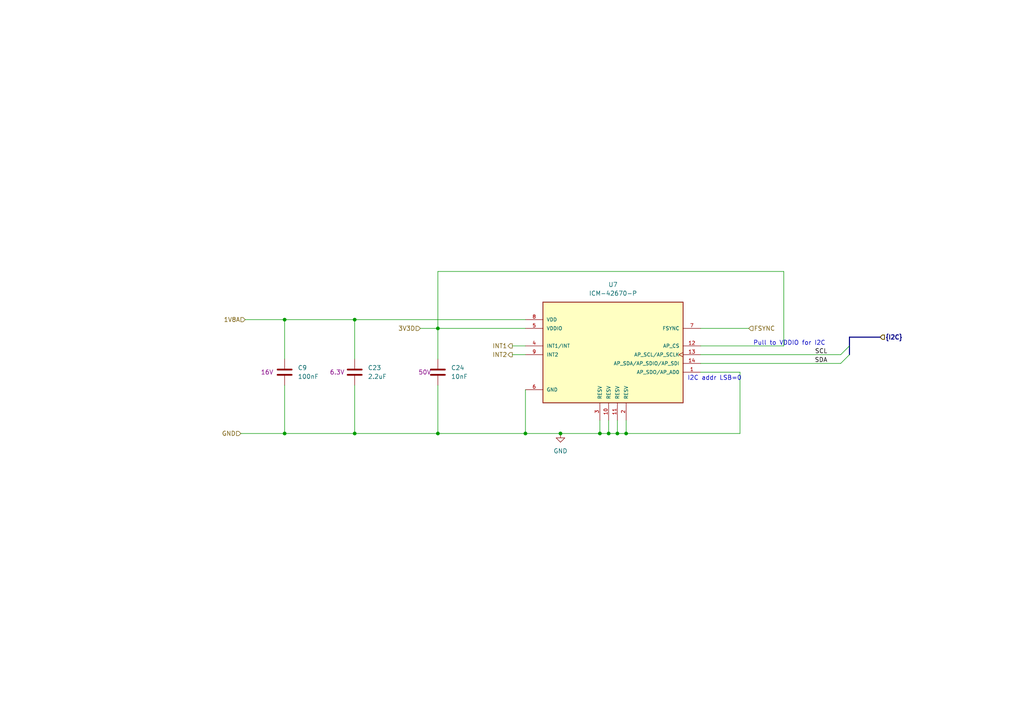
<source format=kicad_sch>
(kicad_sch (version 20230121) (generator eeschema)
  (paper "A4")
  (lib_symbols
    (symbol "Device:C" (pin_numbers hide) (pin_names (offset 0.254))
      (property "Reference" "C" (at 0.635 2.54 0))
      (property "Value" "C" (at 0.635 -2.54 0))
      (symbol "C_0_1"
        (polyline (pts (xy -2.032 -0.762) (xy 2.032 -0.762)) (stroke (width 0.508)))
        (polyline (pts (xy -2.032 0.762) (xy 2.032 0.762)) (stroke (width 0.508)))
      )
      (symbol "C_1_1"
        (pin passive line (at 0 3.81 270) (length 2.794) (name "~") (number "1"))
        (pin passive line (at 0 -3.81 90) (length 2.794) (name "~") (number "2"))
      )
    )
    (symbol "my_library:ICM-42670-P" (pin_names (offset 1.016))
      (property "Reference" "U?" (at 0 16.51 0))
      (property "Value" "ICM-42670-P" (at -5.08 13.97 0))
      (symbol "ICM-42670-P_0_0"
        (rectangle (start -20.32 12.7) (end 20.32 -16.51) (stroke (width 0.254)) (fill (type background)))
        (pin bidirectional line (at 25.4 -7.62 180) (length 5.08) (name "AP_SDO/AP_AD0") (number "1"))
        (pin passive line (at -1.27 -21.59 90) (length 5.08) (name "RESV") (number "10"))
        (pin passive line (at 1.27 -21.59 90) (length 5.08) (name "RESV") (number "11"))
        (pin input line (at 25.4 0 180) (length 5.08) (name "AP_CS") (number "12"))
        (pin input clock (at 25.4 -2.54 180) (length 5.08) (name "AP_SCL/AP_SCLK") (number "13"))
        (pin bidirectional line (at 25.4 -5.08 180) (length 5.08) (name "AP_SDA/AP_SDIO/AP_SDI") (number "14"))
        (pin passive line (at 3.81 -21.59 90) (length 5.08) (name "RESV") (number "2"))
        (pin passive line (at -3.81 -21.59 90) (length 5.08) (name "RESV") (number "3"))
        (pin output line (at -25.4 0 0) (length 5.08) (name "INT1/INT") (number "4"))
        (pin power_in line (at -25.4 5.08 0) (length 5.08) (name "VDDIO") (number "5"))
        (pin power_in line (at -25.4 -12.7 0) (length 5.08) (name "GND") (number "6"))
        (pin input line (at 25.4 5.08 180) (length 5.08) (name "FSYNC") (number "7"))
        (pin power_in line (at -25.4 7.62 0) (length 5.08) (name "VDD") (number "8"))
        (pin output line (at -25.4 -2.54 0) (length 5.08) (name "INT2") (number "9"))
      )
    )
    (symbol "power:GND" (power) (pin_names (offset 0))
      (property "Value" "GND" (at 0 -3.81 0))
      (symbol "GND_0_1"
        (polyline (pts (xy 0 0) (xy 0 -1.27) (xy 1.27 -1.27) (xy 0 -2.54) (xy -1.27 -1.27) (xy 0 -1.27)))
      )
      (symbol "GND_1_1"
        (pin power_in line (at 0 0 270) (length 0) hide (name "GND") (number "1"))
      )
    )
  )
  (junction (at 102.87 125.73))
  (junction (at 176.53 125.73))
  (junction (at 127 125.73))
  (junction (at 82.55 125.73))
  (junction (at 82.55 92.71))
  (junction (at 102.87 92.71))
  (junction (at 173.99 125.73))
  (junction (at 179.07 125.73))
  (junction (at 152.4 125.73))
  (junction (at 181.61 125.73))
  (junction (at 127 95.25))
  (junction (at 162.56 125.73))
  (bus_entry (at 246.38 100.33) (size -2.54 2.54))
  (bus_entry (at 246.38 102.87) (size -2.54 2.54))
  (wire (pts (xy 82.55 125.73) (xy 102.87 125.73)))
  (wire (pts (xy 69.85 125.73) (xy 82.55 125.73)))
  (wire (pts (xy 82.55 92.71) (xy 82.55 104.14)))
  (wire (pts (xy 203.2 102.87) (xy 243.84 102.87)))
  (wire (pts (xy 203.2 95.25) (xy 217.17 95.25)))
  (bus (pts (xy 255.27 97.79) (xy 246.38 97.79)))
  (wire (pts (xy 227.33 78.74) (xy 227.33 100.33)))
  (wire (pts (xy 102.87 92.71) (xy 102.87 104.14)))
  (wire (pts (xy 102.87 92.71) (xy 152.4 92.71)))
  (wire (pts (xy 152.4 125.73) (xy 162.56 125.73)))
  (wire (pts (xy 102.87 125.73) (xy 127 125.73)))
  (wire (pts (xy 203.2 105.41) (xy 243.84 105.41)))
  (wire (pts (xy 181.61 125.73) (xy 214.63 125.73)))
  (bus (pts (xy 246.38 100.33) (xy 246.38 102.87)))
  (wire (pts (xy 71.12 92.71) (xy 82.55 92.71)))
  (wire (pts (xy 214.63 107.95) (xy 214.63 125.73)))
  (wire (pts (xy 127 111.76) (xy 127 125.73)))
  (wire (pts (xy 173.99 121.92) (xy 173.99 125.73)))
  (wire (pts (xy 148.59 100.33) (xy 152.4 100.33)))
  (wire (pts (xy 203.2 107.95) (xy 214.63 107.95)))
  (wire (pts (xy 179.07 125.73) (xy 181.61 125.73)))
  (wire (pts (xy 121.92 95.25) (xy 127 95.25)))
  (wire (pts (xy 179.07 121.92) (xy 179.07 125.73)))
  (wire (pts (xy 152.4 125.73) (xy 152.4 113.03)))
  (wire (pts (xy 127 125.73) (xy 152.4 125.73)))
  (wire (pts (xy 148.59 102.87) (xy 152.4 102.87)))
  (wire (pts (xy 181.61 121.92) (xy 181.61 125.73)))
  (wire (pts (xy 173.99 125.73) (xy 176.53 125.73)))
  (wire (pts (xy 82.55 111.76) (xy 82.55 125.73)))
  (wire (pts (xy 127 95.25) (xy 152.4 95.25)))
  (wire (pts (xy 203.2 100.33) (xy 227.33 100.33)))
  (wire (pts (xy 176.53 125.73) (xy 179.07 125.73)))
  (wire (pts (xy 82.55 92.71) (xy 102.87 92.71)))
  (wire (pts (xy 162.56 125.73) (xy 173.99 125.73)))
  (wire (pts (xy 102.87 111.76) (xy 102.87 125.73)))
  (wire (pts (xy 127 95.25) (xy 127 78.74)))
  (wire (pts (xy 127 78.74) (xy 227.33 78.74)))
  (wire (pts (xy 127 95.25) (xy 127 104.14)))
  (wire (pts (xy 176.53 121.92) (xy 176.53 125.73)))
  (bus (pts (xy 246.38 97.79) (xy 246.38 100.33)))
  (text "I2C addr LSB=0" (at 199.39 110.49 0) (effects (font (size 1.27 1.27)) (justify left bottom)))
  (text "Pull to VDDIO for I2C" (at 218.44 100.33 0) (effects (font (size 1.27 1.27)) (justify left bottom)))
  (label "SCL" (at 240.03 102.87 180))
  (label "SDA" (at 240.03 105.41 180))
  (hierarchical_label "3V3D" (shape input) (at 121.92 95.25 180))
  (hierarchical_label "INT1" (shape output) (at 148.59 100.33 180))
  (hierarchical_label "1V8A" (shape input) (at 71.12 92.71 180))
  (hierarchical_label "FSYNC" (shape input) (at 217.17 95.25 0))
  (hierarchical_label "GND" (shape input) (at 69.85 125.73 180))
  (hierarchical_label "{I2C}" (shape input) (at 255.27 97.79 0) (effects (font (thickness 0.254) bold)))
  (hierarchical_label "INT2" (shape output) (at 148.59 102.87 180))
  (symbol (lib_id "Device:C") (at 102.87 107.95 0) (unit 1)
    (property "Reference" "C23" (at 106.68 106.68 0) (effects (justify left)))
    (property "Value" "2.2uF" (at 106.68 109.22 0) (effects (justify left)))
    (property "Footprint" "Capacitor_SMD:C_0402_1005Metric" (effects hide))
    (property "Datasheet" "https://wmsc.lcsc.com/wmsc/upload/file/pdf/v2/lcsc/2304140030_Samsung-Electro-Mechanics-CL05A225MQ5NSNC_C12530.pdf" (effects hide))
    (property "Manufacturer PN" "CL05A225MQ5NSNC" (effects hide))
    (property "Supplier PN" "C12530" (effects hide))
    (property "Supplier" "JLC" (effects hide))
    (property "Voltage" "6.3V" (at 97.79 107.95 0))
  )
  (symbol (lib_id "Device:C") (at 127 107.95 0) (unit 1)
    (property "Reference" "C24" (at 130.81 106.68 0) (effects (justify left)))
    (property "Value" "10nF" (at 130.81 109.22 0) (effects (justify left)))
    (property "Footprint" "Capacitor_SMD:C_0402_1005Metric" (effects hide))
    (property "Datasheet" "https://wmsc.lcsc.com/wmsc/upload/file/pdf/v2/lcsc/2304140030_Samsung-Electro-Mechanics-CL05B103KB5NNNC_C15195.pdf" (effects hide))
    (property "Manufacturer PN" "CL05B103KB5NNNC" (effects hide))
    (property "Supplier PN" "C15195" (effects hide))
    (property "Supplier" "JLC" (effects hide))
    (property "Voltage" "50V" (at 123.19 107.95 0))
  )
  (symbol (lib_id "power:GND") (at 162.56 125.73 0) (unit 1)
    (property "Reference" "#PWR015" (effects hide))
    (property "Value" "GND" (at 162.56 130.81 0))
    (instances (project "flight_computer" (path "" (reference "#PWR015") (unit 1)) (path "" (reference "#PWR011") (unit 1)) (path "" (reference "#PWR016") (unit 1))))
  )
  (symbol (lib_id "my_library:ICM-42670-P") (at 177.8 100.33 0) (unit 1)
    (property "Reference" "U7" (at 177.8 82.55 0))
    (property "Value" "ICM-42670-P" (at 177.8 85.09 0))
    (property "Footprint" "Package_LGA:LGA-14_3x2.5mm_P0.5mm_LayoutBorder3x4y" (effects hide))
    (property "Datasheet" "https://product.tdk.com/system/files/dam/doc/product/sensor/mortion-inertial/imu/data_sheet/ds-000451-icm-42670-p.pdf" (effects hide))
    (property "Manufacturer PN" "ICM-42670-P" (effects hide))
    (property "Supplier" "Digikey" (effects hide))
    (property "Supplier PN" "1428-ICM-42670-PCT-ND" (effects hide))
  )
  (symbol (lib_id "Device:C") (at 82.55 107.95 0) (unit 1)
    (property "Reference" "C9" (at 86.36 106.68 0) (effects (justify left)))
    (property "Value" "100nF" (at 86.36 109.22 0) (effects (justify left)))
    (property "Footprint" "Capacitor_SMD:C_0402_1005Metric" (effects hide))
    (property "Datasheet" "https://wmsc.lcsc.com/wmsc/upload/file/pdf/v2/lcsc/2304140030_Samsung-Electro-Mechanics-CL05B104KO5NNNC_C1525.pdf" (effects hide))
    (property "Manufacturer PN" "CL05B104KO5NNNC" (effects hide))
    (property "Supplier PN" "C1525" (effects hide))
    (property "Supplier" "JLC" (effects hide))
    (property "Voltage" "16V" (at 77.47 107.95 0))
    (instances (project "flight_computer" (path "" (reference "C9") (unit 1)) (path "" (reference "C22") (unit 1))))
  )
)
</source>
